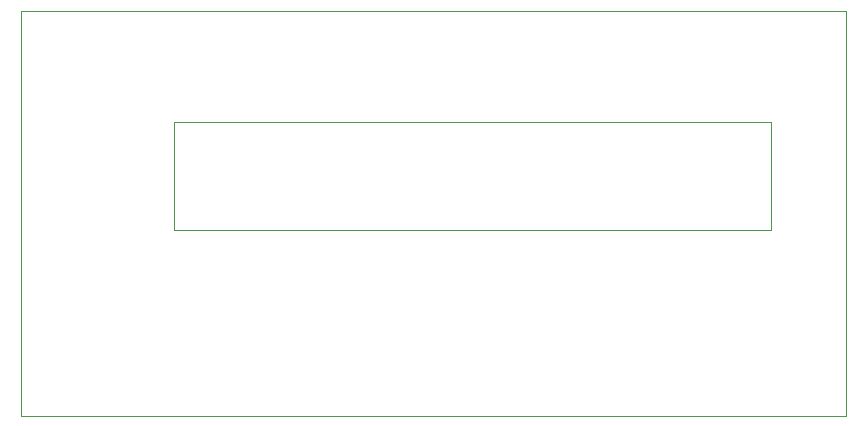
<source format=gbr>
%TF.GenerationSoftware,KiCad,Pcbnew,(5.1.10)-1*%
%TF.CreationDate,2021-07-14T07:55:42+08:00*%
%TF.ProjectId,2.5_SAS_Backend,322e355f-5341-4535-9f42-61636b656e64,rev?*%
%TF.SameCoordinates,Original*%
%TF.FileFunction,Profile,NP*%
%FSLAX46Y46*%
G04 Gerber Fmt 4.6, Leading zero omitted, Abs format (unit mm)*
G04 Created by KiCad (PCBNEW (5.1.10)-1) date 2021-07-14 07:55:42*
%MOMM*%
%LPD*%
G01*
G04 APERTURE LIST*
%TA.AperFunction,Profile*%
%ADD10C,0.050000*%
%TD*%
G04 APERTURE END LIST*
D10*
X44704000Y-42418000D02*
X44704000Y-42418000D01*
X95250000Y-42418000D02*
X44704000Y-42418000D01*
X95250000Y-51562000D02*
X95250000Y-42418000D01*
X44704000Y-51562000D02*
X95250000Y-51562000D01*
X44704000Y-42418000D02*
X44704000Y-51562000D01*
X31750000Y-67310000D02*
X101600000Y-67310000D01*
X101600000Y-33020000D02*
X31750000Y-33020000D01*
X101600000Y-67310000D02*
X101600000Y-33020000D01*
X31750000Y-33020000D02*
X31750000Y-67310000D01*
M02*

</source>
